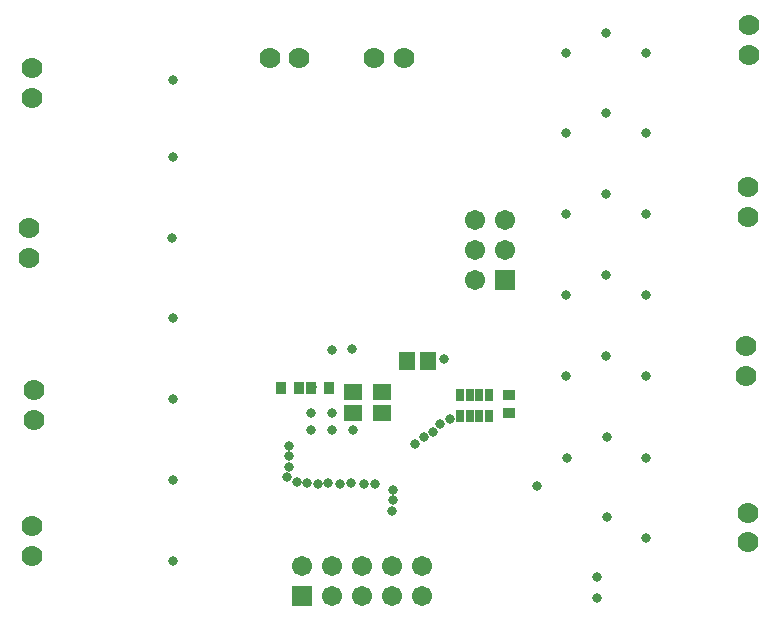
<source format=gbs>
G04*
G04 #@! TF.GenerationSoftware,Altium Limited,Altium Designer,20.0.10 (225)*
G04*
G04 Layer_Color=16711935*
%FSLAX25Y25*%
%MOIN*%
G70*
G01*
G75*
%ADD20R,0.03556X0.04343*%
%ADD21R,0.04343X0.03556*%
%ADD22R,0.06312X0.05524*%
%ADD28R,0.05524X0.06312*%
%ADD31C,0.07001*%
%ADD32R,0.06706X0.06706*%
%ADD33C,0.06706*%
%ADD34R,0.06706X0.06706*%
%ADD35C,0.03162*%
%ADD61R,0.03162X0.04343*%
D20*
X231953Y174000D02*
D03*
X226047D02*
D03*
X241953D02*
D03*
X236047D02*
D03*
D21*
X302000Y171453D02*
D03*
Y165547D02*
D03*
D22*
X250000Y172543D02*
D03*
Y165457D02*
D03*
X259500Y172543D02*
D03*
Y165457D02*
D03*
D28*
X275043Y183000D02*
D03*
X267957D02*
D03*
D31*
X382000Y294843D02*
D03*
Y285000D02*
D03*
X381500Y240843D02*
D03*
Y231000D02*
D03*
X381000Y187843D02*
D03*
Y178000D02*
D03*
X381500Y132343D02*
D03*
Y122500D02*
D03*
X143000Y118000D02*
D03*
Y127842D02*
D03*
X143464Y163226D02*
D03*
Y173069D02*
D03*
X141964Y217227D02*
D03*
Y227069D02*
D03*
X142964Y270644D02*
D03*
Y280486D02*
D03*
X266843Y284000D02*
D03*
X257000D02*
D03*
X232000D02*
D03*
X222158D02*
D03*
D32*
X300500Y210000D02*
D03*
D33*
Y220000D02*
D03*
Y230000D02*
D03*
X290500Y210000D02*
D03*
Y220000D02*
D03*
Y230000D02*
D03*
X243000Y104500D02*
D03*
X253000D02*
D03*
X263000D02*
D03*
X273000D02*
D03*
X233000Y114500D02*
D03*
X243000D02*
D03*
X253000D02*
D03*
X263000D02*
D03*
X273000D02*
D03*
D34*
X233000Y104500D02*
D03*
D35*
X331209Y110791D02*
D03*
X243000Y165500D02*
D03*
X250000D02*
D03*
Y160000D02*
D03*
X243000D02*
D03*
X236000Y165500D02*
D03*
Y160000D02*
D03*
X249500Y187000D02*
D03*
X243000Y186500D02*
D03*
X331344Y103753D02*
D03*
X280238Y183528D02*
D03*
X263043Y132726D02*
D03*
X263232Y140020D02*
D03*
Y136407D02*
D03*
X311291Y141291D02*
D03*
X276540Y159327D02*
D03*
X273462Y157557D02*
D03*
X270743Y155263D02*
D03*
X278842Y161781D02*
D03*
X282232Y163520D02*
D03*
X231228Y142493D02*
D03*
X238232Y142020D02*
D03*
X234591Y142110D02*
D03*
X241636Y142091D02*
D03*
X245732Y142020D02*
D03*
X249423Y142091D02*
D03*
X253732Y142020D02*
D03*
X257232D02*
D03*
X228091Y144110D02*
D03*
X228590Y147610D02*
D03*
Y151110D02*
D03*
Y154610D02*
D03*
X334549Y130747D02*
D03*
X347662Y123990D02*
D03*
X334571Y157442D02*
D03*
X321185Y150685D02*
D03*
X347685D02*
D03*
X334386Y184486D02*
D03*
X321000Y177728D02*
D03*
X347500D02*
D03*
X334386Y211486D02*
D03*
X321000Y204728D02*
D03*
X347500D02*
D03*
X334386Y238486D02*
D03*
X321000Y231728D02*
D03*
X347500D02*
D03*
X334386Y265486D02*
D03*
X321000Y258728D02*
D03*
X347500D02*
D03*
X347500Y285500D02*
D03*
X251091Y173110D02*
D03*
X258591D02*
D03*
X242043Y174110D02*
D03*
X236138D02*
D03*
X321000Y285500D02*
D03*
X334386Y292257D02*
D03*
X189964Y116226D02*
D03*
X189964Y143356D02*
D03*
Y170356D02*
D03*
Y197356D02*
D03*
X189779Y224041D02*
D03*
X189964Y250856D02*
D03*
X190043Y276500D02*
D03*
D61*
X295224Y164457D02*
D03*
X292075D02*
D03*
X288925D02*
D03*
X285776D02*
D03*
X295224Y171543D02*
D03*
X292075D02*
D03*
X288925D02*
D03*
X285776D02*
D03*
M02*

</source>
